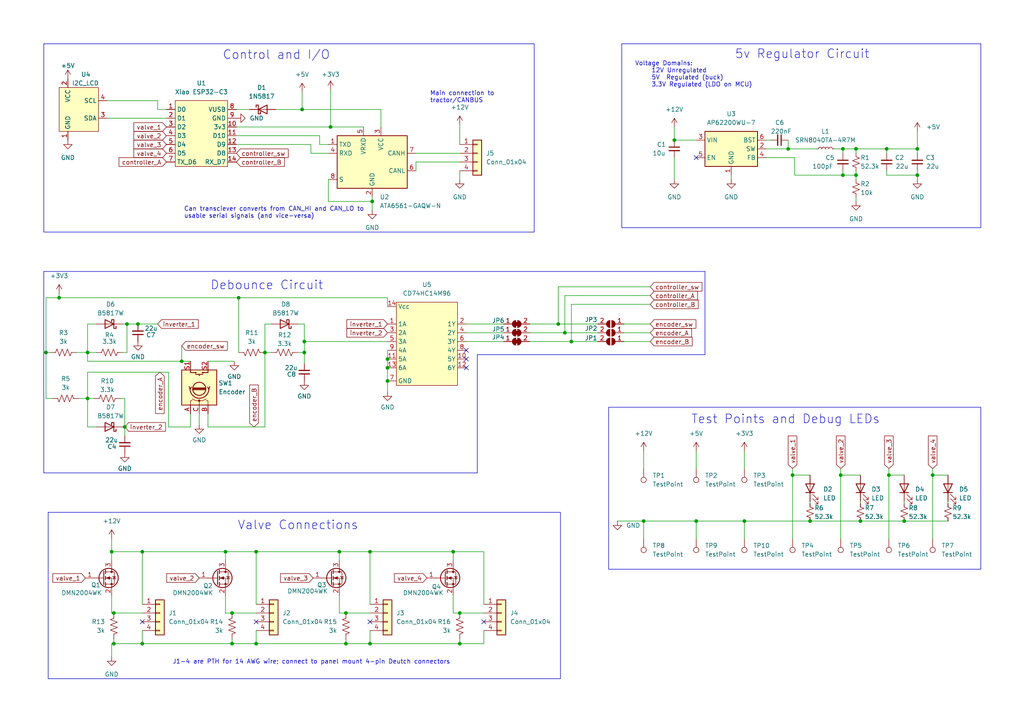
<source format=kicad_sch>
(kicad_sch (version 20231120) (generator "eeschema") (generator_version "8.0")
  (paper "A4")
  (title_block (rev "1"))
  (lib_symbols
    (symbol "Connector:TestPoint" (pin_numbers hide) (pin_names (offset 0.762) hide)
      (property "Reference" "TP" (at 0 6.858 0))
      (property "Value" "TestPoint" (at 0 5.08 0))
      (symbol "TestPoint_1_1"
        (pin passive line (at 0 0 90) (length 2.54) (name "1") (number "1"))
      )
    )
    (symbol "Connector_Generic:Conn_01x04" (pin_names (offset 1.016) hide)
      (property "Reference" "J" (at 0 5.08 0))
      (property "Value" "Conn_01x04" (at 0 -7.62 0))
      (symbol "Conn_01x04_1_1"
        (pin passive line (at -5.08 2.54 0) (length 3.81) (name "Pin_1") (number "1"))
        (pin passive line (at -5.08 0 0) (length 3.81) (name "Pin_2") (number "2"))
        (pin passive line (at -5.08 -2.54 0) (length 3.81) (name "Pin_3") (number "3"))
        (pin passive line (at -5.08 -5.08 0) (length 3.81) (name "Pin_4") (number "4"))
      )
    )
    (symbol "Device:C_Small" (pin_numbers hide) (pin_names (offset 0.254) hide)
      (property "Reference" "C" (at 0.254 1.778 0))
      (property "Value" "C_Small" (at 0.254 -2.032 0))
      (symbol "C_Small_1_1"
        (pin passive line (at 0 2.54 270) (length 2.032) (name "~") (number "1"))
        (pin passive line (at 0 -2.54 90) (length 2.032) (name "~") (number "2"))
      )
    )
    (symbol "Device:LED" (pin_numbers hide) (pin_names (offset 1.016) hide)
      (property "Reference" "D" (at 0 2.54 0))
      (property "Value" "LED" (at 0 -2.54 0))
      (symbol "LED_1_1"
        (pin passive line (at -3.81 0 0) (length 2.54) (name "K") (number "1"))
        (pin passive line (at 3.81 0 180) (length 2.54) (name "A") (number "2"))
      )
    )
    (symbol "Device:L_Small" (pin_numbers hide) (pin_names (offset 0.254) hide)
      (property "Reference" "L" (at 0.762 1.016 0))
      (property "Value" "L_Small" (at 0.762 -1.016 0))
      (symbol "L_Small_1_1"
        (pin passive line (at 0 2.54 270) (length 0.508) (name "~") (number "1"))
        (pin passive line (at 0 -2.54 90) (length 0.508) (name "~") (number "2"))
      )
    )
    (symbol "Device:R_Small_US" (pin_numbers hide) (pin_names (offset 0.254) hide)
      (property "Reference" "R" (at 0.762 0.508 0))
      (property "Value" "R_Small_US" (at 0.762 -1.016 0))
      (symbol "R_Small_US_1_1"
        (pin passive line (at 0 2.54 270) (length 1.016) (name "~") (number "1"))
        (pin passive line (at 0 -2.54 90) (length 1.016) (name "~") (number "2"))
      )
    )
    (symbol "Device:R_US" (pin_numbers hide) (pin_names (offset 0))
      (property "Reference" "R" (at 2.54 0 90))
      (property "Value" "R_US" (at -2.54 0 90))
      (symbol "R_US_1_1"
        (pin passive line (at 0 3.81 270) (length 1.27) (name "~") (number "1"))
        (pin passive line (at 0 -3.81 90) (length 1.27) (name "~") (number "2"))
      )
    )
    (symbol "Device:RotaryEncoder_Switch" (pin_names (offset 0.254) hide)
      (property "Reference" "SW" (at 0 6.604 0))
      (property "Value" "RotaryEncoder_Switch" (at 0 -6.604 0))
      (symbol "RotaryEncoder_Switch_1_1"
        (pin passive line (at -7.62 2.54 0) (length 2.54) (name "A") (number "A"))
        (pin passive line (at -7.62 -2.54 0) (length 2.54) (name "B") (number "B"))
        (pin passive line (at -7.62 0 0) (length 2.54) (name "C") (number "C"))
        (pin passive line (at 7.62 2.54 180) (length 2.54) (name "S1") (number "S1"))
        (pin passive line (at 7.62 -2.54 180) (length 2.54) (name "S2") (number "S2"))
      )
    )
    (symbol "Diode:1N5817" (pin_numbers hide) (pin_names (offset 1.016) hide)
      (property "Reference" "D" (at 0 2.54 0))
      (property "Value" "1N5817" (at 0 -2.54 0))
      (symbol "1N5817_1_1"
        (pin passive line (at -3.81 0 0) (length 2.54) (name "K") (number "1"))
        (pin passive line (at 3.81 0 180) (length 2.54) (name "A") (number "2"))
      )
    )
    (symbol "Imported_Parts:CD74HC14M96"
      (property "Reference" "U" (at 0 -1.27 0))
      (property "Value" "CD74HC14M96" (at 0 1.27 0))
      (symbol "CD74HC14M96_1_1"
        (pin input line (at -11.43 21.59 0) (length 2.54) (name "1A") (number "1"))
        (pin output line (at 11.43 11.43 180) (length 2.54) (name "5Y") (number "10"))
        (pin input line (at -11.43 11.43 0) (length 2.54) (name "5A") (number "11"))
        (pin output line (at 11.43 8.89 180) (length 2.54) (name "6Y") (number "12"))
        (pin input line (at -11.43 8.89 0) (length 2.54) (name "6A") (number "13"))
        (pin input line (at -11.43 26.67 0) (length 2.54) (name "Vcc") (number "14"))
        (pin output line (at 11.43 21.59 180) (length 2.54) (name "1Y") (number "2"))
        (pin input line (at -11.43 19.05 0) (length 2.54) (name "2A") (number "3"))
        (pin output line (at 11.43 19.05 180) (length 2.54) (name "2Y") (number "4"))
        (pin input line (at -11.43 16.51 0) (length 2.54) (name "3A") (number "5"))
        (pin output line (at 11.43 16.51 180) (length 2.54) (name "3Y") (number "6"))
        (pin passive line (at -11.43 5.08 0) (length 2.54) (name "GND") (number "7"))
        (pin output line (at 11.43 13.97 180) (length 2.54) (name "4Y") (number "8"))
        (pin input line (at -11.43 13.97 0) (length 2.54) (name "4A") (number "9"))
      )
    )
    (symbol "Imported_Parts:I2C_LCD"
      (property "Reference" "U" (at 0 7.62 0))
      (symbol "I2C_LCD_1_1"
        (pin power_in line (at -2.54 -8.89 90) (length 2.54) (name "GND") (number "1"))
        (pin power_in line (at -2.54 8.89 270) (length 2.54) (name "VCC") (number "2"))
        (pin bidirectional line (at 8.89 -2.54 180) (length 2.54) (name "SDA") (number "3"))
        (pin bidirectional line (at 8.89 2.54 180) (length 2.54) (name "SCL") (number "4"))
      )
    )
    (symbol "Imported_Parts:XIAO_ESP32-C3"
      (property "Reference" "U" (at 0 2.54 0))
      (property "Value" "Xiao ESP32-C3" (at 0 0 0))
      (symbol "XIAO_ESP32-C3_1_1"
        (pin bidirectional line (at -10.16 -3.81 0) (length 2.54) (name "D0") (number "1"))
        (pin bidirectional line (at 10.16 -8.89 180) (length 2.54) (name "3v3") (number "10"))
        (pin bidirectional line (at 10.16 -11.43 180) (length 2.54) (name "D10") (number "11"))
        (pin bidirectional line (at 10.16 -13.97 180) (length 2.54) (name "D9") (number "12"))
        (pin bidirectional line (at 10.16 -16.51 180) (length 2.54) (name "D8") (number "13"))
        (pin bidirectional line (at 10.16 -19.05 180) (length 2.54) (name "RX_D7") (number "14"))
        (pin bidirectional line (at -10.16 -6.35 0) (length 2.54) (name "D1") (number "2"))
        (pin bidirectional line (at -10.16 -8.89 0) (length 2.54) (name "D2") (number "3"))
        (pin bidirectional line (at -10.16 -11.43 0) (length 2.54) (name "D3") (number "4"))
        (pin bidirectional line (at -10.16 -13.97 0) (length 2.54) (name "D4") (number "5"))
        (pin bidirectional line (at -10.16 -16.51 0) (length 2.54) (name "D5") (number "6"))
        (pin bidirectional line (at -10.16 -19.05 0) (length 2.54) (name "TX_D6") (number "7"))
        (pin bidirectional line (at 10.16 -3.81 180) (length 2.54) (name "VUSB") (number "8"))
        (pin bidirectional line (at 10.16 -6.35 180) (length 2.54) (name "GND") (number "9"))
      )
    )
    (symbol "Interface_CAN_LIN:SN65HVD256D"
      (property "Reference" "U" (at -8.89 8.89 0))
      (property "Value" "SN65HVD256D" (at 2.54 8.89 0))
      (symbol "SN65HVD256D_1_1"
        (pin input line (at -12.7 5.08 0) (length 2.54) (name "TXD") (number "1"))
        (pin power_in line (at 0 -10.16 90) (length 2.54) (name "GND") (number "2"))
        (pin power_in line (at 2.54 10.16 270) (length 2.54) (name "VCC") (number "3"))
        (pin output line (at -12.7 2.54 0) (length 2.54) (name "RXD") (number "4"))
        (pin power_in line (at -2.54 10.16 270) (length 2.54) (name "VRXD") (number "5"))
        (pin bidirectional line (at 12.7 -2.54 180) (length 2.54) (name "CANL") (number "6"))
        (pin bidirectional line (at 12.7 2.54 180) (length 2.54) (name "CANH") (number "7"))
        (pin input line (at -12.7 -5.08 0) (length 2.54) (name "S") (number "8"))
      )
    )
    (symbol "Jumper:SolderJumper_2_Bridged" (pin_names (offset 0) hide)
      (property "Reference" "JP" (at 0 2.032 0))
      (property "Value" "SolderJumper_2_Bridged" (at 0 -2.54 0))
      (symbol "SolderJumper_2_Bridged_1_1"
        (pin passive line (at -3.81 0 0) (length 2.54) (name "A") (number "1"))
        (pin passive line (at 3.81 0 180) (length 2.54) (name "B") (number "2"))
      )
    )
    (symbol "Jumper:SolderJumper_2_Open" (pin_names (offset 0) hide)
      (property "Reference" "JP" (at 0 2.032 0))
      (property "Value" "SolderJumper_2_Open" (at 0 -2.54 0))
      (symbol "SolderJumper_2_Open_1_1"
        (pin passive line (at -3.81 0 0) (length 2.54) (name "A") (number "1"))
        (pin passive line (at 3.81 0 180) (length 2.54) (name "B") (number "2"))
      )
    )
    (symbol "Regulator_Switching:AP62250Z6"
      (property "Reference" "U3" (at 0 10.16 0))
      (property "Value" "AP62200WU-7" (at 0 7.62 0))
      (symbol "AP62250Z6_1_1"
        (pin power_in line (at 0 -7.62 90) (length 2.54) (name "GND") (number "1"))
        (pin output line (at 10.16 0 180) (length 2.54) (name "SW") (number "2"))
        (pin power_in line (at -10.16 2.54 0) (length 2.54) (name "VIN") (number "3"))
        (pin input line (at 10.16 -2.54 180) (length 2.54) (name "FB") (number "4"))
        (pin input line (at -10.16 -2.54 0) (length 2.54) (name "EN") (number "5"))
        (pin passive line (at 10.16 2.54 180) (length 2.54) (name "BST") (number "6"))
      )
    )
    (symbol "Transistor_FET:2N7002H" (pin_names hide)
      (property "Reference" "Q" (at 5.08 1.905 0))
      (property "Value" "2N7002H" (at 5.08 0 0))
      (symbol "2N7002H_1_1"
        (pin input line (at -5.08 0 0) (length 2.54) (name "G") (number "1"))
        (pin passive line (at 2.54 -5.08 90) (length 2.54) (name "S") (number "2"))
        (pin passive line (at 2.54 5.08 270) (length 2.54) (name "D") (number "3"))
      )
    )
    (symbol "power:+12V" (power) (pin_names (offset 0))
      (property "Value" "+12V" (at 0 3.556 0))
      (symbol "+12V_1_1"
        (pin power_in line (at 0 0 90) (length 0) hide (name "+12V") (number "1"))
      )
    )
    (symbol "power:+3V3" (power) (pin_names (offset 0))
      (property "Value" "+3V3" (at 0 3.556 0))
      (symbol "+3V3_1_1"
        (pin power_in line (at 0 0 90) (length 0) hide (name "+3V3") (number "1"))
      )
    )
    (symbol "power:+5V" (power) (pin_names (offset 0))
      (property "Value" "+5V" (at 0 3.556 0))
      (symbol "+5V_1_1"
        (pin power_in line (at 0 0 90) (length 0) hide (name "+5V") (number "1"))
      )
    )
    (symbol "power:GND" (power) (pin_names (offset 0))
      (property "Value" "GND" (at 0 -3.81 0))
      (symbol "GND_1_1"
        (pin power_in line (at 0 0 270) (length 0) hide (name "GND") (number "1"))
      )
    )
  )
  (junction (at 112.395 106.68))
  (junction (at 215.9 151.13))
  (junction (at 244.475 43.18))
  (junction (at 41.275 186.69))
  (junction (at 234.95 151.13))
  (junction (at 65.405 160.02))
  (junction (at 165.735 99.06))
  (junction (at 69.215 86.36))
  (junction (at 107.315 186.69))
  (junction (at 36.195 123.825))
  (junction (at 76.835 102.235))
  (junction (at 266.065 43.18))
  (junction (at 266.065 50.8))
  (junction (at 244.475 50.8))
  (junction (at 107.315 160.02))
  (junction (at 270.51 137.795))
  (junction (at 32.385 160.02))
  (junction (at 33.02 186.69))
  (junction (at 67.31 177.8))
  (junction (at 195.58 40.64))
  (junction (at 112.395 104.14))
  (junction (at 41.275 160.02))
  (junction (at 112.395 110.49))
  (junction (at 131.445 160.02))
  (junction (at 163.83 96.52))
  (junction (at 100.33 186.69))
  (junction (at 248.285 43.18))
  (junction (at 88.265 102.235))
  (junction (at 107.95 58.42))
  (junction (at 95.885 36.83))
  (junction (at 17.145 86.36))
  (junction (at 133.35 186.69))
  (junction (at 87.63 31.75))
  (junction (at 98.425 160.02))
  (junction (at 13.335 102.235))
  (junction (at 161.925 93.98))
  (junction (at 257.175 43.18))
  (junction (at 228.6 43.18))
  (junction (at 25.4 102.235))
  (junction (at 229.87 137.795))
  (junction (at 74.295 160.02))
  (junction (at 52.705 104.775))
  (junction (at 67.31 186.69))
  (junction (at 243.84 137.795))
  (junction (at 36.83 93.98))
  (junction (at 74.295 186.69))
  (junction (at 133.35 177.8))
  (junction (at 186.69 151.13))
  (junction (at 248.285 50.8))
  (junction (at 262.255 151.13))
  (junction (at 257.81 137.795))
  (junction (at 100.33 177.8))
  (junction (at 40.005 93.98))
  (junction (at 88.265 99.06))
  (junction (at 33.02 177.8))
  (junction (at 25.4 115.57))
  (junction (at 249.555 151.13))
  (junction (at 201.93 151.13))
  (no_connect (at 135.255 106.68))
  (no_connect (at 135.255 101.6))
  (no_connect (at 41.275 180.34))
  (no_connect (at 135.255 104.14))
  (no_connect (at 74.295 180.34))
  (no_connect (at 107.315 180.34))
  (no_connect (at 140.335 180.34))
  (no_connect (at 201.93 45.72))
  (wire (pts (xy 98.425 160.02) (xy 107.315 160.02)))
  (wire (pts (xy 270.51 137.795) (xy 270.51 135.89)))
  (wire (pts (xy 257.175 43.18) (xy 266.065 43.18)))
  (wire (pts (xy 25.4 115.57) (xy 25.4 123.825)))
  (polyline (pts (xy 138.43 137.16) (xy 12.7 137.16)))
  (wire (pts (xy 25.4 115.57) (xy 27.305 115.57)))
  (wire (pts (xy 244.475 43.18) (xy 248.285 43.18)))
  (wire (pts (xy 270.51 156.21) (xy 270.51 137.795)))
  (wire (pts (xy 100.33 177.8) (xy 107.315 177.8)))
  (wire (pts (xy 266.065 43.18) (xy 266.065 44.45)))
  (wire (pts (xy 243.84 156.21) (xy 243.84 137.795)))
  (wire (pts (xy 135.255 99.06) (xy 146.05 99.06)))
  (wire (pts (xy 95.25 58.42) (xy 107.95 58.42)))
  (wire (pts (xy 88.265 102.235) (xy 86.36 102.235)))
  (wire (pts (xy 244.475 43.18) (xy 244.475 44.45)))
  (wire (pts (xy 131.445 160.02) (xy 140.335 160.02)))
  (wire (pts (xy 87.63 31.75) (xy 110.49 31.75)))
  (wire (pts (xy 131.445 172.72) (xy 131.445 177.8)))
  (wire (pts (xy 25.4 115.57) (xy 25.4 107.95)))
  (wire (pts (xy 133.35 185.42) (xy 133.35 186.69)))
  (wire (pts (xy 41.275 186.69) (xy 67.31 186.69)))
  (wire (pts (xy 31.115 34.29) (xy 48.26 34.29)))
  (wire (pts (xy 257.81 137.795) (xy 257.81 135.89)))
  (wire (pts (xy 215.9 151.13) (xy 215.9 156.21)))
  (wire (pts (xy 165.735 88.265) (xy 188.595 88.265)))
  (wire (pts (xy 188.595 85.725) (xy 163.83 85.725)))
  (wire (pts (xy 32.385 160.02) (xy 41.275 160.02)))
  (wire (pts (xy 188.595 96.52) (xy 180.975 96.52)))
  (wire (pts (xy 68.58 31.75) (xy 72.39 31.75)))
  (wire (pts (xy 186.69 151.13) (xy 186.69 156.21)))
  (wire (pts (xy 25.4 123.825) (xy 27.94 123.825)))
  (wire (pts (xy 100.33 186.69) (xy 107.315 186.69)))
  (wire (pts (xy 32.385 190.5) (xy 32.385 186.69)))
  (wire (pts (xy 195.58 45.72) (xy 195.58 52.07)))
  (wire (pts (xy 65.405 172.72) (xy 65.405 177.8)))
  (wire (pts (xy 25.4 107.95) (xy 48.895 107.95)))
  (wire (pts (xy 248.285 43.18) (xy 257.175 43.18)))
  (wire (pts (xy 257.81 156.21) (xy 257.81 137.795)))
  (wire (pts (xy 100.33 185.42) (xy 100.33 186.69)))
  (wire (pts (xy 60.325 120.015) (xy 60.325 123.825)))
  (wire (pts (xy 35.56 102.235) (xy 36.83 102.235)))
  (wire (pts (xy 33.02 185.42) (xy 33.02 186.69)))
  (wire (pts (xy 45.72 31.75) (xy 48.26 31.75)))
  (wire (pts (xy 257.175 50.8) (xy 266.065 50.8)))
  (wire (pts (xy 161.925 93.98) (xy 153.67 93.98)))
  (wire (pts (xy 110.49 31.75) (xy 110.49 36.83)))
  (wire (pts (xy 32.385 177.8) (xy 33.02 177.8)))
  (wire (pts (xy 186.69 130.81) (xy 186.69 135.89)))
  (wire (pts (xy 195.58 40.64) (xy 201.93 40.64)))
  (wire (pts (xy 230.505 45.72) (xy 230.505 50.8)))
  (wire (pts (xy 36.83 93.98) (xy 40.005 93.98)))
  (wire (pts (xy 40.005 93.98) (xy 45.72 93.98)))
  (wire (pts (xy 112.395 101.6) (xy 112.395 104.14)))
  (wire (pts (xy 95.885 26.035) (xy 95.885 36.83)))
  (wire (pts (xy 212.09 52.07) (xy 212.09 50.8)))
  (wire (pts (xy 241.935 43.18) (xy 244.475 43.18)))
  (wire (pts (xy 244.475 50.8) (xy 248.285 50.8)))
  (wire (pts (xy 131.445 160.02) (xy 131.445 162.56)))
  (wire (pts (xy 188.595 99.06) (xy 180.975 99.06)))
  (wire (pts (xy 229.87 137.795) (xy 234.95 137.795)))
  (wire (pts (xy 107.315 186.69) (xy 107.315 182.88)))
  (wire (pts (xy 133.35 186.69) (xy 140.335 186.69)))
  (wire (pts (xy 222.25 43.18) (xy 228.6 43.18)))
  (wire (pts (xy 95.885 36.83) (xy 105.41 36.83)))
  (wire (pts (xy 74.295 186.69) (xy 100.33 186.69)))
  (wire (pts (xy 13.335 86.36) (xy 17.145 86.36)))
  (wire (pts (xy 266.065 38.1) (xy 266.065 43.18)))
  (wire (pts (xy 41.275 186.69) (xy 41.275 182.88)))
  (wire (pts (xy 135.255 93.98) (xy 146.05 93.98)))
  (wire (pts (xy 60.325 123.825) (xy 76.835 123.825)))
  (wire (pts (xy 222.25 45.72) (xy 230.505 45.72)))
  (wire (pts (xy 229.87 156.21) (xy 229.87 137.795)))
  (wire (pts (xy 201.93 130.81) (xy 201.93 135.89)))
  (wire (pts (xy 248.285 57.15) (xy 248.285 58.42)))
  (wire (pts (xy 107.315 160.02) (xy 107.315 175.26)))
  (wire (pts (xy 76.835 93.98) (xy 76.835 102.235)))
  (wire (pts (xy 186.69 151.13) (xy 201.93 151.13)))
  (wire (pts (xy 13.335 86.36) (xy 13.335 102.235)))
  (wire (pts (xy 165.735 99.06) (xy 153.67 99.06)))
  (wire (pts (xy 33.02 186.69) (xy 41.275 186.69)))
  (wire (pts (xy 87.63 26.67) (xy 87.63 31.75)))
  (wire (pts (xy 32.385 160.02) (xy 32.385 162.56)))
  (wire (pts (xy 36.195 115.57) (xy 36.195 123.825)))
  (wire (pts (xy 161.925 93.98) (xy 161.925 83.185)))
  (wire (pts (xy 36.83 93.98) (xy 36.83 102.235)))
  (wire (pts (xy 90.17 41.91) (xy 68.58 41.91)))
  (wire (pts (xy 98.425 177.8) (xy 100.33 177.8)))
  (wire (pts (xy 78.74 102.235) (xy 76.835 102.235)))
  (wire (pts (xy 25.4 102.235) (xy 25.4 104.775)))
  (polyline (pts (xy 204.47 102.87) (xy 138.43 102.87)))
  (wire (pts (xy 36.195 123.825) (xy 35.56 123.825)))
  (wire (pts (xy 266.065 50.8) (xy 266.065 49.53)))
  (wire (pts (xy 135.255 96.52) (xy 146.05 96.52)))
  (wire (pts (xy 67.31 177.8) (xy 74.295 177.8)))
  (wire (pts (xy 112.395 110.49) (xy 112.395 113.665)))
  (wire (pts (xy 133.35 36.195) (xy 133.35 41.91)))
  (wire (pts (xy 67.31 186.69) (xy 74.295 186.69)))
  (wire (pts (xy 13.335 115.57) (xy 15.24 115.57)))
  (wire (pts (xy 92.71 41.91) (xy 95.25 41.91)))
  (wire (pts (xy 188.595 93.98) (xy 180.975 93.98)))
  (wire (pts (xy 120.65 46.99) (xy 120.65 49.53)))
  (wire (pts (xy 234.95 151.13) (xy 249.555 151.13)))
  (wire (pts (xy 74.295 186.69) (xy 74.295 182.88)))
  (wire (pts (xy 67.31 185.42) (xy 67.31 186.69)))
  (wire (pts (xy 68.58 36.83) (xy 95.885 36.83)))
  (wire (pts (xy 257.81 137.795) (xy 262.255 137.795)))
  (wire (pts (xy 69.215 86.36) (xy 112.395 86.36)))
  (wire (pts (xy 195.58 36.83) (xy 195.58 40.64)))
  (wire (pts (xy 52.705 100.33) (xy 52.705 104.775)))
  (wire (pts (xy 248.285 50.8) (xy 248.285 52.07)))
  (wire (pts (xy 17.145 86.36) (xy 69.215 86.36)))
  (wire (pts (xy 230.505 50.8) (xy 244.475 50.8)))
  (wire (pts (xy 249.555 145.415) (xy 249.555 146.05)))
  (wire (pts (xy 257.175 43.18) (xy 257.175 44.45)))
  (wire (pts (xy 120.65 46.99) (xy 133.35 46.99)))
  (wire (pts (xy 244.475 50.8) (xy 244.475 49.53)))
  (polyline (pts (xy 12.7 78.74) (xy 204.47 78.74)))
  (wire (pts (xy 68.58 39.37) (xy 92.71 39.37)))
  (wire (pts (xy 90.17 44.45) (xy 90.17 41.91)))
  (wire (pts (xy 32.385 186.69) (xy 33.02 186.69)))
  (wire (pts (xy 65.405 177.8) (xy 67.31 177.8)))
  (wire (pts (xy 262.255 145.415) (xy 262.255 146.05)))
  (wire (pts (xy 98.425 172.72) (xy 98.425 177.8)))
  (wire (pts (xy 65.405 160.02) (xy 74.295 160.02)))
  (wire (pts (xy 107.95 57.15) (xy 107.95 58.42)))
  (wire (pts (xy 222.25 40.64) (xy 223.52 40.64)))
  (wire (pts (xy 76.835 102.235) (xy 76.835 123.825)))
  (wire (pts (xy 107.315 160.02) (xy 131.445 160.02)))
  (wire (pts (xy 55.245 123.825) (xy 55.245 120.015)))
  (wire (pts (xy 215.9 151.13) (xy 234.95 151.13)))
  (wire (pts (xy 25.4 93.98) (xy 25.4 102.235)))
  (wire (pts (xy 88.265 93.98) (xy 86.36 93.98)))
  (wire (pts (xy 234.95 145.415) (xy 234.95 146.05)))
  (wire (pts (xy 13.335 102.235) (xy 13.335 115.57)))
  (wire (pts (xy 80.01 31.75) (xy 87.63 31.75)))
  (wire (pts (xy 163.83 85.725) (xy 163.83 96.52)))
  (wire (pts (xy 88.265 99.06) (xy 112.395 99.06)))
  (wire (pts (xy 74.295 160.02) (xy 74.295 175.26)))
  (wire (pts (xy 45.72 29.21) (xy 45.72 31.75)))
  (wire (pts (xy 215.9 130.81) (xy 215.9 135.89)))
  (wire (pts (xy 74.295 160.02) (xy 98.425 160.02)))
  (wire (pts (xy 270.51 137.795) (xy 274.955 137.795)))
  (wire (pts (xy 131.445 177.8) (xy 133.35 177.8)))
  (wire (pts (xy 163.83 96.52) (xy 153.67 96.52)))
  (wire (pts (xy 22.86 115.57) (xy 25.4 115.57)))
  (wire (pts (xy 262.255 151.13) (xy 274.955 151.13)))
  (wire (pts (xy 31.115 29.21) (xy 45.72 29.21)))
  (wire (pts (xy 60.325 104.775) (xy 67.945 104.775)))
  (wire (pts (xy 95.25 44.45) (xy 90.17 44.45)))
  (wire (pts (xy 249.555 151.13) (xy 262.255 151.13)))
  (wire (pts (xy 248.285 43.18) (xy 248.285 44.45)))
  (wire (pts (xy 57.785 120.015) (xy 57.785 123.19)))
  (wire (pts (xy 36.195 115.57) (xy 34.925 115.57)))
  (wire (pts (xy 48.895 107.95) (xy 48.895 123.825)))
  (wire (pts (xy 32.385 172.72) (xy 32.385 177.8)))
  (wire (pts (xy 165.735 99.06) (xy 165.735 88.265)))
  (wire (pts (xy 107.315 186.69) (xy 133.35 186.69)))
  (wire (pts (xy 25.4 104.775) (xy 52.705 104.775)))
  (wire (pts (xy 32.385 156.21) (xy 32.385 160.02)))
  (wire (pts (xy 112.395 86.36) (xy 112.395 88.9)))
  (wire (pts (xy 140.335 186.69) (xy 140.335 182.88)))
  (wire (pts (xy 107.95 58.42) (xy 107.95 60.96)))
  (wire (pts (xy 173.355 99.06) (xy 165.735 99.06)))
  (wire (pts (xy 248.285 50.8) (xy 248.285 49.53)))
  (wire (pts (xy 48.895 123.825) (xy 55.245 123.825)))
  (wire (pts (xy 229.87 137.795) (xy 229.87 135.89)))
  (wire (pts (xy 65.405 160.02) (xy 65.405 162.56)))
  (wire (pts (xy 133.35 49.53) (xy 133.35 52.07)))
  (wire (pts (xy 36.195 123.825) (xy 36.195 126.365)))
  (wire (pts (xy 13.335 102.235) (xy 14.605 102.235)))
  (polyline (pts (xy 12.7 78.74) (xy 12.7 137.16)))
  (wire (pts (xy 52.705 104.775) (xy 55.245 104.775)))
  (wire (pts (xy 274.955 145.415) (xy 274.955 146.05)))
  (wire (pts (xy 120.65 44.45) (xy 133.35 44.45)))
  (wire (pts (xy 88.265 93.98) (xy 88.265 99.06)))
  (wire (pts (xy 95.25 52.07) (xy 95.25 58.42)))
  (wire (pts (xy 25.4 93.98) (xy 27.94 93.98)))
  (wire (pts (xy 35.56 93.98) (xy 36.83 93.98)))
  (wire (pts (xy 228.6 43.18) (xy 236.855 43.18)))
  (wire (pts (xy 112.395 104.14) (xy 112.395 106.68)))
  (polyline (pts (xy 138.43 102.87) (xy 138.43 137.16)))
  (wire (pts (xy 17.145 85.09) (xy 17.145 86.36)))
  (wire (pts (xy 41.275 160.02) (xy 41.275 175.26)))
  (wire (pts (xy 228.6 43.18) (xy 228.6 40.64)))
  (wire (pts (xy 140.335 175.26) (xy 140.335 160.02)))
  (wire (pts (xy 112.395 106.68) (xy 112.395 110.49)))
  (wire (pts (xy 88.265 102.235) (xy 88.265 105.41)))
  (wire (pts (xy 78.74 93.98) (xy 76.835 93.98)))
  (wire (pts (xy 257.175 49.53) (xy 257.175 50.8)))
  (wire (pts (xy 25.4 102.235) (xy 27.94 102.235)))
  (wire (pts (xy 69.215 86.36) (xy 69.215 102.235)))
  (wire (pts (xy 173.355 96.52) (xy 163.83 96.52)))
  (wire (pts (xy 41.275 160.02) (xy 65.405 160.02)))
  (wire (pts (xy 22.225 102.235) (xy 25.4 102.235)))
  (wire (pts (xy 201.93 151.13) (xy 201.93 156.21)))
  (wire (pts (xy 201.93 151.13) (xy 215.9 151.13)))
  (wire (pts (xy 179.07 151.13) (xy 186.69 151.13)))
  (wire (pts (xy 161.925 83.185) (xy 188.595 83.185)))
  (wire (pts (xy 243.84 137.795) (xy 249.555 137.795)))
  (wire (pts (xy 98.425 160.02) (xy 98.425 162.56)))
  (polyline (pts (xy 204.47 78.74) (xy 204.47 102.87)))
  (wire (pts (xy 243.84 137.795) (xy 243.84 135.89)))
  (wire (pts (xy 33.02 177.8) (xy 41.275 177.8)))
  (wire (pts (xy 266.065 50.8) (xy 266.065 52.07)))
  (wire (pts (xy 133.35 177.8) (xy 140.335 177.8)))
  (wire (pts (xy 92.71 39.37) (xy 92.71 41.91)))
  (wire (pts (xy 88.265 99.06) (xy 88.265 102.235)))
  (wire (pts (xy 173.355 93.98) (xy 161.925 93.98)))
  (rectangle (start 12.7 12.7) (end 154.94 67.31))
  (rectangle (start 180.34 12.7) (end 284.48 66.04))
  (rectangle (start 13.97 148.59) (end 162.56 196.85))
  (rectangle (start 176.53 118.11) (end 284.48 165.1))
  (text "Valve Connections\n" (at 68.834 153.924 0) (effects (font (size 2.54 2.54)) (justify left bottom)))
  (text "5v Regulator Circuit" (at 213.106 17.272 0) (effects (font (size 2.54 2.54)) (justify left bottom)))
  (text "Control and I/O" (at 64.516 17.526 0) (effects (font (size 2.54 2.54)) (justify left bottom)))
  (text "Voltage Domains:\n	12V Unregulated\n	5V  Regulated (buck)\n	3.3V Regulated (LDO on MCU)" (at 184.15 25.4 0) (effects (font (size 1.27 1.27)) (justify left bottom)))
  (text "Debounce Circuit" (at 60.96 84.328 0) (effects (font (size 2.54 2.54)) (justify left bottom)))
  (text "Can transciever converts from CAN_HI and CAN_LO to\nusable serial signals (and vice-versa)" (at 53.34 63.5 0) (effects (font (size 1.27 1.27)) (justify left bottom)))
  (text "Main connection to\ntractor/CANBUS" (at 124.714 29.972 0) (effects (font (size 1.27 1.27)) (justify left bottom)))
  (text "J1-4 are PTH for 14 AWG wire; connect to panel mount 4-pin Deutch connectors" (at 50.038 192.786 0) (effects (font (size 1.27 1.27)) (justify left bottom)))
  (text "Test Points and Debug LEDs" (at 200.406 123.19 0) (effects (font (size 2.54 2.54)) (justify left bottom)))
  (global_label "controller_A" (shape input) (at 48.26 46.99 180) (property "Intersheetrefs" "${INTERSHEET_REFS}" (effects (hide yes))))
  (global_label "controller_B" (shape input) (at 68.58 46.99 0) (property "Intersheetrefs" "${INTERSHEET_REFS}" (effects (hide yes))))
  (global_label "encoder_B" (shape input) (at 73.66 123.825 90) (property "Intersheetrefs" "${INTERSHEET_REFS}" (effects (hide yes))))
  (global_label "valve_3" (shape input) (at 48.26 41.91 180) (property "Intersheetrefs" "${INTERSHEET_REFS}" (effects (hide yes))))
  (global_label "encoder_B" (shape input) (at 188.595 99.06 0) (property "Intersheetrefs" "${INTERSHEET_REFS}" (effects (hide yes))))
  (global_label "controller_B" (shape input) (at 188.595 88.265 0) (property "Intersheetrefs" "${INTERSHEET_REFS}" (effects (hide yes))))
  (global_label "valve_2" (shape input) (at 243.84 135.89 90) (property "Intersheetrefs" "${INTERSHEET_REFS}" (effects (hide yes))))
  (global_label "valve_1" (shape input) (at 24.765 167.64 180) (property "Intersheetrefs" "${INTERSHEET_REFS}" (effects (hide yes))))
  (global_label "inverter_2" (shape input) (at 36.195 123.825 0) (property "Intersheetrefs" "${INTERSHEET_REFS}" (effects (hide yes))))
  (global_label "valve_1" (shape input) (at 229.87 135.89 90) (property "Intersheetrefs" "${INTERSHEET_REFS}" (effects (hide yes))))
  (global_label "inverter_1" (shape input) (at 112.395 93.98 180) (property "Intersheetrefs" "${INTERSHEET_REFS}" (effects (hide yes))))
  (global_label "valve_3" (shape input) (at 90.805 167.64 180) (property "Intersheetrefs" "${INTERSHEET_REFS}" (effects (hide yes))))
  (global_label "controller_sw" (shape input) (at 68.58 44.45 0) (property "Intersheetrefs" "${INTERSHEET_REFS}" (effects (hide yes))))
  (global_label "valve_1" (shape input) (at 48.26 36.83 180) (property "Intersheetrefs" "${INTERSHEET_REFS}" (effects (hide yes))))
  (global_label "encoder_A" (shape input) (at 188.595 96.52 0) (property "Intersheetrefs" "${INTERSHEET_REFS}" (effects (hide yes))))
  (global_label "encoder_sw" (shape input) (at 52.705 100.33 0) (property "Intersheetrefs" "${INTERSHEET_REFS}" (effects (hide yes))))
  (global_label "inverter_1" (shape input) (at 45.72 93.98 0) (property "Intersheetrefs" "${INTERSHEET_REFS}" (effects (hide yes))))
  (global_label "valve_2" (shape input) (at 48.26 39.37 180) (property "Intersheetrefs" "${INTERSHEET_REFS}" (effects (hide yes))))
  (global_label "valve_4" (shape input) (at 270.51 135.89 90) (property "Intersheetrefs" "${INTERSHEET_REFS}" (effects (hide yes))))
  (global_label "encoder_sw" (shape input) (at 188.595 93.98 0) (property "Intersheetrefs" "${INTERSHEET_REFS}" (effects (hide yes))))
  (global_label "inverter_2" (shape input) (at 112.395 96.52 180) (property "Intersheetrefs" "${INTERSHEET_REFS}" (effects (hide yes))))
  (global_label "valve_4" (shape input) (at 123.825 167.64 180) (property "Intersheetrefs" "${INTERSHEET_REFS}" (effects (hide yes))))
  (global_label "valve_4" (shape input) (at 48.26 44.45 180) (property "Intersheetrefs" "${INTERSHEET_REFS}" (effects (hide yes))))
  (global_label "controller_A" (shape input) (at 188.595 85.725 0) (property "Intersheetrefs" "${INTERSHEET_REFS}" (effects (hide yes))))
  (global_label "controller_sw" (shape input) (at 188.595 83.185 0) (property "Intersheetrefs" "${INTERSHEET_REFS}" (effects (hide yes))))
  (global_label "valve_2" (shape input) (at 57.785 167.64 180) (property "Intersheetrefs" "${INTERSHEET_REFS}" (effects (hide yes))))
  (global_label "valve_3" (shape input) (at 257.81 135.89 90) (property "Intersheetrefs" "${INTERSHEET_REFS}" (effects (hide yes))))
  (global_label "encoder_A" (shape input) (at 46.355 107.95 270) (property "Intersheetrefs" "${INTERSHEET_REFS}" (effects (hide yes))))
  (symbol (lib_id "power:+12V") (at 186.69 130.81 0) (unit 1)
    (property "Reference" "#PWR016" (effects (hide yes)))
    (property "Value" "+12V" (at 186.69 125.73 0))
  )
  (symbol (lib_id "power:+5V") (at 201.93 130.81 0) (unit 1)
    (property "Reference" "#PWR017" (effects (hide yes)))
    (property "Value" "+5V" (at 201.93 125.73 0))
  )
  (symbol (lib_id "power:GND") (at 195.58 52.07 0) (unit 1)
    (property "Reference" "#PWR04" (effects (hide yes)))
    (property "Value" "GND" (at 195.58 57.15 0))
  )
  (symbol (lib_id "Device:C_Small") (at 195.58 43.18 0) (unit 1)
    (property "Reference" "C1" (at 190.5 41.91 0) (effects (justify left)))
    (property "Value" "10u" (at 189.23 44.45 0) (effects (justify left)))
    (property "Footprint" "Capacitor_SMD:C_0805_2012Metric_Pad1.18x1.45mm_HandSolder" (effects (hide yes)))
  )
  (symbol (lib_id "Jumper:SolderJumper_2_Bridged") (at 149.86 99.06 0) (unit 1)
    (property "Reference" "JP4" (at 144.526 97.79 0))
    (property "Value" "SolderJumper_2_Bridged" (effects (hide yes)))
    (property "Footprint" "Jumper:SolderJumper-2_P1.3mm_Bridged2Bar_RoundedPad1.0x1.5mm" (effects (hide yes)))
  )
  (symbol (lib_id "power:GND") (at 179.07 151.13 0) (unit 1)
    (property "Reference" "#PWR021" (effects (hide yes)))
    (property "Value" "GND" (at 181.61 152.4 0) (effects (justify left)))
  )
  (symbol (lib_id "power:GND") (at 248.285 58.42 0) (unit 1)
    (property "Reference" "#PWR06" (effects (hide yes)))
    (property "Value" "GND" (at 248.285 63.5 0))
  )
  (symbol (lib_id "power:+12V") (at 133.35 36.195 0) (unit 1)
    (property "Reference" "#PWR022" (effects (hide yes)))
    (property "Value" "+12V" (at 133.35 31.115 0))
  )
  (symbol (lib_id "Jumper:SolderJumper_2_Bridged") (at 149.86 96.52 0) (unit 1)
    (property "Reference" "JP5" (at 144.526 95.504 0))
    (property "Value" "SolderJumper_2_Bridged" (effects (hide yes)))
    (property "Footprint" "Jumper:SolderJumper-2_P1.3mm_Bridged2Bar_RoundedPad1.0x1.5mm" (effects (hide yes)))
  )
  (symbol (lib_id "Diode:1N5817") (at 82.55 93.98 180) (unit 1)
    (property "Reference" "D8" (at 82.8675 88.265 0))
    (property "Value" "B5817W" (at 82.8675 90.805 0))
    (property "Footprint" "Diode_SMD:D_SOD-123" (effects (hide yes)))
    (property "Datasheet" "https://www.smc-diodes.com/propdf/B5817W-B5819W%20N1752%20REV.-.pdf" (effects (hide yes)))
  )
  (symbol (lib_id "power:+12V") (at 32.385 156.21 0) (unit 1)
    (property "Reference" "#PWR019" (effects (hide yes)))
    (property "Value" "+12V" (at 32.385 151.13 0))
  )
  (symbol (lib_id "Device:R_US") (at 19.05 115.57 90) (mirror x) (unit 1)
    (property "Reference" "R5" (at 19.05 109.855 90))
    (property "Value" "3k" (at 19.05 112.395 90))
    (property "Footprint" "Resistor_SMD:R_1206_3216Metric_Pad1.30x1.75mm_HandSolder" (effects (hide yes)))
  )
  (symbol (lib_id "power:GND") (at 68.58 34.29 90) (unit 1)
    (property "Reference" "#PWR09" (effects (hide yes)))
    (property "Value" "GND" (at 72.39 34.29 90) (effects (justify right)))
  )
  (symbol (lib_id "Connector:TestPoint") (at 229.87 156.21 180) (unit 1)
    (property "Reference" "TP4" (at 232.41 158.242 0) (effects (justify right)))
    (property "Value" "TestPoint" (at 232.41 160.782 0) (effects (justify right)))
    (property "Footprint" "TestPoint:TestPoint_Pad_D2.0mm" (effects (hide yes)))
  )
  (symbol (lib_id "Device:R_US") (at 73.025 102.235 90) (mirror x) (unit 1)
    (property "Reference" "R11" (at 73.025 96.52 90))
    (property "Value" "3k" (at 73.025 99.06 90))
    (property "Footprint" "Resistor_SMD:R_1206_3216Metric_Pad1.30x1.75mm_HandSolder" (effects (hide yes)))
  )
  (symbol (lib_id "Connector:TestPoint") (at 186.69 135.89 180) (unit 1)
    (property "Reference" "TP1" (at 189.23 137.922 0) (effects (justify right)))
    (property "Value" "TestPoint" (at 189.23 140.462 0) (effects (justify right)))
    (property "Footprint" "TestPoint:TestPoint_Pad_D2.0mm" (effects (hide yes)))
  )
  (symbol (lib_id "power:+5V") (at 87.63 26.67 0) (unit 1)
    (property "Reference" "#PWR01" (effects (hide yes)))
    (property "Value" "+5V" (at 87.63 21.59 0))
  )
  (symbol (lib_id "Device:C_Small") (at 40.005 96.52 180) (unit 1)
    (property "Reference" "C7" (at 45.085 97.155 0) (effects (justify left)))
    (property "Value" "22u" (at 45.72 95.25 0) (effects (justify left)))
    (property "Footprint" "Capacitor_SMD:C_0805_2012Metric_Pad1.18x1.45mm_HandSolder" (effects (hide yes)))
  )
  (symbol (lib_id "Imported_Parts:XIAO_ESP32-C3") (at 58.42 27.94 0) (unit 1)
    (property "Reference" "U1" (at 58.42 24.13 0))
    (property "Value" "Xiao ESP32-C3" (at 58.42 26.67 0))
    (property "Footprint" "Imported_Parts:XIAO ESP32-C3" (effects (hide yes)))
  )
  (symbol (lib_id "power:+3V3") (at 17.145 85.09 0) (unit 1)
    (property "Reference" "#PWR011" (effects (hide yes)))
    (property "Value" "+3V3" (at 17.145 80.01 0))
  )
  (symbol (lib_id "power:GND") (at 36.195 131.445 0) (unit 1)
    (property "Reference" "#PWR024" (effects (hide yes)))
    (property "Value" "GND" (at 36.195 135.89 0))
  )
  (symbol (lib_id "Transistor_FET:2N7002H") (at 29.845 167.64 0) (unit 1)
    (property "Reference" "Q1" (at 26.416 169.672 0) (effects (justify left)))
    (property "Value" "DMN2004WK" (at 17.78 171.958 0) (effects (justify left)))
    (property "Footprint" "Package_TO_SOT_SMD:SOT-323_SC-70" (effects (hide yes)))
    (property "Datasheet" "https://www.diodes.com/assets/Datasheets/DMN2004WK.pdf" (effects (hide yes)))
  )
  (symbol (lib_id "power:GND") (at 133.35 52.07 0) (unit 1)
    (property "Reference" "#PWR023" (effects (hide yes)))
    (property "Value" "GND" (at 133.35 57.15 0))
  )
  (symbol (lib_id "Device:LED") (at 234.95 141.605 90) (unit 1)
    (property "Reference" "D2" (at 238.76 141.9225 90) (effects (justify right)))
    (property "Value" "LED" (at 238.76 144.4625 90) (effects (justify right)))
    (property "Footprint" "LED_THT:LED_D5.0mm" (effects (hide yes)))
  )
  (symbol (lib_id "Device:C_Small") (at 244.475 46.99 0) (unit 1)
    (property "Reference" "C5" (at 239.395 45.72 0) (effects (justify left)))
    (property "Value" "100pF" (at 235.585 48.26 0) (effects (justify left)))
    (property "Footprint" "Capacitor_SMD:C_0805_2012Metric_Pad1.18x1.45mm_HandSolder" (effects (hide yes)))
  )
  (symbol (lib_id "power:GND") (at 19.685 40.64 0) (unit 1)
    (property "Reference" "#PWR013" (effects (hide yes)))
    (property "Value" "GND" (at 19.685 45.72 0))
  )
  (symbol (lib_id "Jumper:SolderJumper_2_Open") (at 177.165 99.06 180) (unit 1)
    (property "Reference" "JP1" (at 171.45 98.044 0))
    (property "Value" "SolderJumper_2_Open" (effects (hide yes)))
    (property "Footprint" "Jumper:SolderJumper-2_P1.3mm_Open_RoundedPad1.0x1.5mm" (effects (hide yes)))
  )
  (symbol (lib_id "power:GND") (at 212.09 52.07 0) (unit 1)
    (property "Reference" "#PWR05" (effects (hide yes)))
    (property "Value" "GND" (at 212.09 57.15 0))
  )
  (symbol (lib_id "Device:RotaryEncoder_Switch") (at 57.785 112.395 90) (unit 1)
    (property "Reference" "SW1" (at 65.405 111.125 90))
    (property "Value" "Encoder" (at 67.31 113.665 90))
    (property "Footprint" "Imported_Parts:PEC16-4015F-S0024" (effects (hide yes)))
    (property "Datasheet" "https://www.bourns.com/docs/Product-Datasheets/pec16.pdf" (effects (hide yes)))
  )
  (symbol (lib_id "Imported_Parts:CD74HC14M96") (at 123.825 115.57 0) (unit 1)
    (property "Reference" "U5" (at 123.825 82.55 0))
    (property "Value" "CD74HC14M96" (at 123.825 85.09 0))
    (property "Footprint" "Package_SO:SO-14_3.9x8.65mm_P1.27mm" (effects (hide yes)))
    (property "Datasheet" "https://www.ti.com/lit/ds/symlink/cd74hc14.pdf" (effects (hide yes)))
  )
  (symbol (lib_id "Jumper:SolderJumper_2_Bridged") (at 149.86 93.98 0) (unit 1)
    (property "Reference" "JP6" (at 144.526 92.964 0))
    (property "Value" "SolderJumper_2_Bridged" (effects (hide yes)))
    (property "Footprint" "Jumper:SolderJumper-2_P1.3mm_Bridged2Bar_RoundedPad1.0x1.5mm" (effects (hide yes)))
  )
  (symbol (lib_id "Connector:TestPoint") (at 201.93 156.21 180) (unit 1)
    (property "Reference" "TP9" (at 204.47 158.242 0) (effects (justify right)))
    (property "Value" "TestPoint" (at 204.47 160.782 0) (effects (justify right)))
    (property "Footprint" "TestPoint:TestPoint_Pad_D2.0mm" (effects (hide yes)))
  )
  (symbol (lib_id "Device:C_Small") (at 226.06 40.64 270) (unit 1)
    (property "Reference" "C6" (at 224.79 35.56 90) (effects (justify left)))
    (property "Value" "220nF" (at 223.52 38.1 90) (effects (justify left)))
    (property "Footprint" "Capacitor_SMD:C_0805_2012Metric_Pad1.18x1.45mm_HandSolder" (effects (hide yes)))
  )
  (symbol (lib_id "Connector:TestPoint") (at 186.69 156.21 180) (unit 1)
    (property "Reference" "TP8" (at 189.23 158.242 0) (effects (justify right)))
    (property "Value" "TestPoint" (at 189.23 160.782 0) (effects (justify right)))
    (property "Footprint" "TestPoint:TestPoint_Pad_D2.0mm" (effects (hide yes)))
  )
  (symbol (lib_id "Connector:TestPoint") (at 201.93 135.89 180) (unit 1)
    (property "Reference" "TP2" (at 204.47 137.922 0) (effects (justify right)))
    (property "Value" "TestPoint" (at 204.47 140.462 0) (effects (justify right)))
    (property "Footprint" "TestPoint:TestPoint_Pad_D2.0mm" (effects (hide yes)))
  )
  (symbol (lib_id "Diode:1N5817") (at 76.2 31.75 0) (unit 1)
    (property "Reference" "D1" (at 75.8825 25.4 0))
    (property "Value" "1N5817" (at 75.8825 27.94 0))
    (property "Footprint" "Diode_THT:D_A-405_P7.62mm_Horizontal" (effects (hide yes)))
    (property "Datasheet" "https://www.smc-diodes.com/propdf/B5817W-B5819W%20N1752%20REV.-.pdf" (effects (hide yes)))
  )
  (symbol (lib_id "power:GND") (at 57.785 123.19 0) (unit 1)
    (property "Reference" "#PWR012" (effects (hide yes)))
    (property "Value" "GND" (at 57.785 127.635 0))
  )
  (symbol (lib_id "power:GND") (at 266.065 52.07 0) (unit 1)
    (property "Reference" "#PWR07" (effects (hide yes)))
    (property "Value" "GND" (at 266.065 57.15 0))
  )
  (symbol (lib_id "Device:C_Small") (at 36.195 128.905 0) (mirror x) (unit 1)
    (property "Reference" "C4" (at 31.115 129.54 0) (effects (justify left)))
    (property "Value" "22u" (at 30.48 127.635 0) (effects (justify left)))
    (property "Footprint" "Capacitor_SMD:C_0805_2012Metric_Pad1.18x1.45mm_HandSolder" (effects (hide yes)))
  )
  (symbol (lib_id "Device:R_US") (at 100.33 181.61 0) (mirror x) (unit 1)
    (property "Reference" "R15" (at 97.79 180.3399 0) (effects (justify right)))
    (property "Value" "3k" (at 97.79 182.8799 0) (effects (justify right)))
    (property "Footprint" "Resistor_SMD:R_1206_3216Metric_Pad1.30x1.75mm_HandSolder" (effects (hide yes)))
  )
  (symbol (lib_id "power:+5V") (at 266.065 38.1 0) (unit 1)
    (property "Reference" "#PWR02" (effects (hide yes)))
    (property "Value" "+5V" (at 268.605 36.83 0) (effects (justify left)))
  )
  (symbol (lib_id "Device:R_Small_US") (at 274.955 148.59 0) (unit 1)
    (property "Reference" "R9" (at 276.225 147.32 0) (effects (justify left)))
    (property "Value" "52.3k" (at 276.225 149.86 0) (effects (justify left)))
    (property "Footprint" "Resistor_THT:R_Axial_DIN0204_L3.6mm_D1.6mm_P5.08mm_Horizontal" (effects (hide yes)))
  )
  (symbol (lib_id "Regulator_Switching:AP62250Z6") (at 212.09 43.18 0) (unit 1)
    (property "Reference" "U3" (at 212.09 33.02 0))
    (property "Value" "AP62200WU-7" (at 212.09 35.56 0))
    (property "Footprint" "Package_TO_SOT_SMD:SOT-23-6_Handsoldering" (effects (hide yes)))
    (property "Datasheet" "https://www.diodes.com/assets/Datasheets/AP62200_AP62201_AP62200T.pdf" (effects (hide yes)))
  )
  (symbol (lib_id "Device:R_Small_US") (at 249.555 148.59 0) (unit 1)
    (property "Reference" "R7" (at 250.825 147.32 0) (effects (justify left)))
    (property "Value" "52.3k" (at 250.825 149.86 0) (effects (justify left)))
    (property "Footprint" "Resistor_THT:R_Axial_DIN0204_L3.6mm_D1.6mm_P5.08mm_Horizontal" (effects (hide yes)))
  )
  (symbol (lib_id "power:GND") (at 67.945 104.775 0) (unit 1)
    (property "Reference" "#PWR025" (effects (hide yes)))
    (property "Value" "GND" (at 67.945 109.22 0))
  )
  (symbol (lib_id "power:GND") (at 107.95 60.96 0) (unit 1)
    (property "Reference" "#PWR08" (effects (hide yes)))
    (property "Value" "GND" (at 107.95 66.04 0))
  )
  (symbol (lib_id "Transistor_FET:2N7002H") (at 95.885 167.64 0) (unit 1)
    (property "Reference" "Q3" (at 91.948 169.672 0) (effects (justify left)))
    (property "Value" "DMN2004WK" (at 83.312 171.45 0) (effects (justify left)))
    (property "Footprint" "Package_TO_SOT_SMD:SOT-323_SC-70" (effects (hide yes)))
    (property "Datasheet" "https://www.diodes.com/assets/Datasheets/DMN2004WK.pdf" (effects (hide yes)))
  )
  (symbol (lib_id "power:GND") (at 32.385 190.5 0) (unit 1)
    (property "Reference" "#PWR020" (effects (hide yes)))
    (property "Value" "GND" (at 32.385 195.58 0))
  )
  (symbol (lib_id "Device:R_US") (at 31.75 102.235 270) (unit 1)
    (property "Reference" "R4" (at 31.75 97.155 90))
    (property "Value" "3.3k" (at 31.75 99.06 90))
    (property "Footprint" "Resistor_SMD:R_1206_3216Metric_Pad1.30x1.75mm_HandSolder" (effects (hide yes)))
  )
  (symbol (lib_id "Connector_Generic:Conn_01x04") (at 46.355 177.8 0) (unit 1)
    (property "Reference" "J1" (at 48.895 177.8 0) (effects (justify left)))
    (property "Value" "Conn_01x04" (at 48.895 180.34 0) (effects (justify left)))
    (property "Footprint" "Imported_Parts:14 AWG 01x04" (effects (hide yes)))
  )
  (symbol (lib_id "Device:LED") (at 262.255 141.605 90) (unit 1)
    (property "Reference" "D4" (at 265.43 141.9225 90) (effects (justify right)))
    (property "Value" "LED" (at 265.43 144.4625 90) (effects (justify right)))
    (property "Footprint" "LED_THT:LED_D5.0mm" (effects (hide yes)))
  )
  (symbol (lib_id "Device:R_US") (at 33.02 181.61 0) (mirror x) (unit 1)
    (property "Reference" "R13" (at 30.48 180.3399 0) (effects (justify right)))
    (property "Value" "3k" (at 30.48 182.8799 0) (effects (justify right)))
    (property "Footprint" "Resistor_SMD:R_1206_3216Metric_Pad1.30x1.75mm_HandSolder" (effects (hide yes)))
  )
  (symbol (lib_id "Connector:TestPoint") (at 257.81 156.21 180) (unit 1)
    (property "Reference" "TP6" (at 260.35 158.242 0) (effects (justify right)))
    (property "Value" "TestPoint" (at 260.35 160.782 0) (effects (justify right)))
    (property "Footprint" "TestPoint:TestPoint_Pad_D2.0mm" (effects (hide yes)))
  )
  (symbol (lib_id "Connector:TestPoint") (at 215.9 135.89 180) (unit 1)
    (property "Reference" "TP3" (at 218.44 137.922 0) (effects (justify right)))
    (property "Value" "TestPoint" (at 218.44 140.462 0) (effects (justify right)))
    (property "Footprint" "TestPoint:TestPoint_Pad_D2.0mm" (effects (hide yes)))
  )
  (symbol (lib_id "Device:R_US") (at 67.31 181.61 0) (mirror x) (unit 1)
    (property "Reference" "R14" (at 64.77 180.3399 0) (effects (justify right)))
    (property "Value" "3k" (at 64.77 182.8799 0) (effects (justify right)))
    (property "Footprint" "Resistor_SMD:R_1206_3216Metric_Pad1.30x1.75mm_HandSolder" (effects (hide yes)))
  )
  (symbol (lib_id "Connector_Generic:Conn_01x04") (at 112.395 177.8 0) (unit 1)
    (property "Reference" "J3" (at 114.935 177.8 0) (effects (justify left)))
    (property "Value" "Conn_01x04" (at 114.935 180.34 0) (effects (justify left)))
    (property "Footprint" "Imported_Parts:14 AWG 01x04" (effects (hide yes)))
  )
  (symbol (lib_id "power:+5V") (at 19.685 22.86 0) (unit 1)
    (property "Reference" "#PWR014" (effects (hide yes)))
    (property "Value" "+5V" (at 19.685 19.05 0))
  )
  (symbol (lib_id "Device:R_US") (at 18.415 102.235 90) (unit 1)
    (property "Reference" "R3" (at 18.415 96.52 90))
    (property "Value" "3k" (at 18.415 99.06 90))
    (property "Footprint" "Resistor_SMD:R_1206_3216Metric_Pad1.30x1.75mm_HandSolder" (effects (hide yes)))
  )
  (symbol (lib_id "Device:LED") (at 274.955 141.605 90) (unit 1)
    (property "Reference" "D5" (at 278.13 141.9225 90) (effects (justify right)))
    (property "Value" "LED" (at 278.13 144.4625 90) (effects (justify right)))
    (property "Footprint" "LED_THT:LED_D5.0mm" (effects (hide yes)))
  )
  (symbol (lib_id "Device:R_Small_US") (at 234.95 148.59 0) (unit 1)
    (property "Reference" "R6" (at 236.22 147.32 0) (effects (justify left)))
    (property "Value" "52.3k" (at 236.22 149.86 0) (effects (justify left)))
    (property "Footprint" "Resistor_THT:R_Axial_DIN0204_L3.6mm_D1.6mm_P5.08mm_Horizontal" (effects (hide yes)))
  )
  (symbol (lib_id "Transistor_FET:2N7002H") (at 128.905 167.64 0) (unit 1)
    (property "Reference" "Q4" (at 125.222 170.18 0) (effects (justify left)))
    (property "Value" "DMN2004WK" (at 116.84 171.958 0) (effects (justify left)))
    (property "Footprint" "Package_TO_SOT_SMD:SOT-323_SC-70" (effects (hide yes)))
    (property "Datasheet" "https://www.diodes.com/assets/Datasheets/DMN2004WK.pdf" (effects (hide yes)))
  )
  (symbol (lib_id "power:GND") (at 88.265 110.49 0) (unit 1)
    (property "Reference" "#PWR027" (effects (hide yes)))
    (property "Value" "GND" (at 88.265 114.935 0))
  )
  (symbol (lib_id "Jumper:SolderJumper_2_Open") (at 177.165 93.98 180) (unit 1)
    (property "Reference" "JP3" (at 171.45 92.71 0))
    (property "Value" "SolderJumper_2_Open" (effects (hide yes)))
    (property "Footprint" "Jumper:SolderJumper-2_P1.3mm_Open_RoundedPad1.0x1.5mm" (effects (hide yes)))
  )
  (symbol (lib_id "Imported_Parts:I2C_LCD") (at 22.225 31.75 0) (unit 1)
    (property "Reference" "U4" (at 23.495 21.59 0) (effects (justify left)))
    (property "Value" "I2C_LCD" (at 24.765 24.13 0))
    (property "Footprint" "Connector_PinHeader_1.00mm:PinHeader_1x06_P1.00mm_Horizontal" (effects (hide yes)))
  )
  (symbol (lib_id "Device:R_Small_US") (at 248.285 54.61 0) (unit 1)
    (property "Reference" "R2" (at 249.555 53.34 0) (effects (justify left)))
    (property "Value" "10k" (at 249.555 55.88 0) (effects (justify left)))
    (property "Footprint" "Resistor_SMD:R_1206_3216Metric_Pad1.30x1.75mm_HandSolder" (effects (hide yes)))
  )
  (symbol (lib_id "Device:C_Small") (at 266.065 46.99 180) (unit 1)
    (property "Reference" "C3" (at 271.145 45.72 0) (effects (justify left)))
    (property "Value" "22u" (at 272.415 48.26 0) (effects (justify left)))
    (property "Footprint" "Capacitor_SMD:C_0805_2012Metric_Pad1.18x1.45mm_HandSolder" (effects (hide yes)))
  )
  (symbol (lib_id "Device:C_Small") (at 88.265 107.95 0) (mirror x) (unit 1)
    (property "Reference" "C8" (at 83.185 108.585 0) (effects (justify left)))
    (property "Value" "22u" (at 82.55 106.68 0) (effects (justify left)))
    (property "Footprint" "Capacitor_SMD:C_0805_2012Metric_Pad1.18x1.45mm_HandSolder" (effects (hide yes)))
  )
  (symbol (lib_id "Connector:TestPoint") (at 243.84 156.21 180) (unit 1)
    (property "Reference" "TP5" (at 246.38 158.242 0) (effects (justify right)))
    (property "Value" "TestPoint" (at 246.38 160.782 0) (effects (justify right)))
    (property "Footprint" "TestPoint:TestPoint_Pad_D2.0mm" (effects (hide yes)))
  )
  (symbol (lib_id "Device:R_Small_US") (at 262.255 148.59 0) (unit 1)
    (property "Reference" "R8" (at 263.525 147.32 0) (effects (justify left)))
    (property "Value" "52.3k" (at 263.525 149.86 0) (effects (justify left)))
    (property "Footprint" "Resistor_THT:R_Axial_DIN0204_L3.6mm_D1.6mm_P5.08mm_Horizontal" (effects (hide yes)))
  )
  (symbol (lib_id "Device:R_US") (at 82.55 102.235 270) (unit 1)
    (property "Reference" "R12" (at 82.55 97.155 90))
    (property "Value" "3.3k" (at 82.55 99.695 90))
    (property "Footprint" "Resistor_SMD:R_1206_3216Metric_Pad1.30x1.75mm_HandSolder" (effects (hide yes)))
  )
  (symbol (lib_id "Connector:TestPoint") (at 215.9 156.21 180) (unit 1)
    (property "Reference" "TP10" (at 218.44 158.242 0) (effects (justify right)))
    (property "Value" "TestPoint" (at 218.44 160.782 0) (effects (justify right)))
    (property "Footprint" "TestPoint:TestPoint_Pad_D2.0mm" (effects (hide yes)))
  )
  (symbol (lib_id "power:+3V3") (at 215.9 130.81 0) (unit 1)
    (property "Reference" "#PWR018" (effects (hide yes)))
    (property "Value" "+3V3" (at 215.9 125.73 0))
  )
  (symbol (lib_id "Transistor_FET:2N7002H") (at 62.865 167.64 0) (unit 1)
    (property "Reference" "Q2" (at 58.928 169.926 0) (effects (justify left)))
    (property "Value" "DMN2004WK" (at 50.038 171.958 0) (effects (justify left)))
    (property "Footprint" "Package_TO_SOT_SMD:SOT-323_SC-70" (effects (hide yes)))
    (property "Datasheet" "https://www.diodes.com/assets/Datasheets/DMN2004WK.pdf" (effects (hide yes)))
  )
  (symbol (lib_id "power:GND") (at 40.005 99.06 0) (unit 1)
    (property "Reference" "#PWR028" (effects (hide yes)))
    (property "Value" "GND" (at 40.005 103.505 0))
  )
  (symbol (lib_id "Connector_Generic:Conn_01x04") (at 79.375 177.8 0) (unit 1)
    (property "Reference" "J2" (at 81.915 177.8 0) (effects (justify left)))
    (property "Value" "Conn_01x04" (at 81.915 180.34 0) (effects (justify left)))
    (property "Footprint" "Imported_Parts:14 AWG 01x04" (effects (hide yes)))
  )
  (symbol (lib_id "Device:LED") (at 249.555 141.605 90) (unit 1)
    (property "Reference" "D3" (at 252.73 141.9225 90) (effects (justify right)))
    (property "Value" "LED" (at 252.73 144.4625 90) (effects (justify right)))
    (property "Footprint" "LED_THT:LED_D5.0mm" (effects (hide yes)))
  )
  (symbol (lib_id "Interface_CAN_LIN:SN65HVD256D") (at 107.95 46.99 0) (unit 1)
    (property "Reference" "U2" (at 110.1441 57.15 0) (effects (justify left)))
    (property "Value" "ATA6561-GAQW-N" (at 110.1441 59.69 0) (effects (justify left)))
    (property "Footprint" "Package_SO:SOIC-8_3.9x4.9mm_P1.27mm" (effects (hide yes)))
    (property "Datasheet" "https://www.ti.com/lit/ds/symlink/sn65hvd257.pdf" (effects (hide yes)))
  )
  (symbol (lib_id "Device:R_US") (at 31.115 115.57 270) (unit 1)
    (property "Reference" "R10" (at 31.115 110.49 90))
    (property "Value" "3.3k" (at 31.115 113.03 90))
    (property "Footprint" "Resistor_SMD:R_1206_3216Metric_Pad1.30x1.75mm_HandSolder" (effects (hide yes)))
  )
  (symbol (lib_id "Device:R_US") (at 133.35 181.61 0) (mirror x) (unit 1)
    (property "Reference" "R16" (at 130.81 180.3399 0) (effects (justify right)))
    (property "Value" "3k" (at 130.81 182.8799 0) (effects (justify right)))
    (property "Footprint" "Resistor_SMD:R_1206_3216Metric_Pad1.30x1.75mm_HandSolder" (effects (hide yes)))
  )
  (symbol (lib_id "Connector_Generic:Conn_01x04") (at 145.415 177.8 0) (unit 1)
    (property "Reference" "J4" (at 147.955 177.8 0) (effects (justify left)))
    (property "Value" "Conn_01x04" (at 147.955 180.34 0) (effects (justify left)))
    (property "Footprint" "Imported_Parts:14 AWG 01x04" (effects (hide yes)))
  )
  (symbol (lib_id "power:+12V") (at 195.58 36.83 0) (unit 1)
    (property "Reference" "#PWR03" (effects (hide yes)))
    (property "Value" "+12V" (at 195.58 31.75 0))
  )
  (symbol (lib_id "Diode:1N5817") (at 31.75 93.98 180) (unit 1)
    (property "Reference" "D6" (at 32.0675 88.265 0))
    (property "Value" "B5817W" (at 32.0675 90.805 0))
    (property "Footprint" "Diode_SMD:D_SOD-123" (effects (hide yes)))
    (property "Datasheet" "https://www.smc-diodes.com/propdf/B5817W-B5819W%20N1752%20REV.-.pdf" (effects (hide yes)))
  )
  (symbol (lib_id "Jumper:SolderJumper_2_Open") (at 177.165 96.52 180) (unit 1)
    (property "Reference" "JP2" (at 171.45 95.25 0))
    (property "Value" "SolderJumper_2_Open" (effects (hide yes)))
    (property "Footprint" "Jumper:SolderJumper-2_P1.3mm_Open_RoundedPad1.0x1.5mm" (effects (hide yes)))
  )
  (symbol (lib_id "Connector_Generic:Conn_01x04") (at 138.43 44.45 0) (unit 1)
    (property "Reference" "J5" (at 140.97 44.45 0) (effects (justify left)))
    (property "Value" "Conn_01x04" (at 140.97 46.99 0) (effects (justify left)))
    (property "Footprint" "Imported_Parts:14 AWG 01x04" (effects (hide yes)))
  )
  (symbol (lib_id "Device:C_Small") (at 257.175 46.99 180) (unit 1)
    (property "Reference" "C2" (at 262.255 45.72 0) (effects (justify left)))
    (property "Value" "22u" (at 263.525 48.26 0) (effects (justify left)))
    (property "Footprint" "Capacitor_SMD:C_0805_2012Metric_Pad1.18x1.45mm_HandSolder" (effects (hide yes)))
  )
  (symbol (lib_id "Device:R_Small_US") (at 248.285 46.99 0) (unit 1)
    (property "Reference" "R1" (at 249.555 45.72 0) (effects (justify left)))
    (property "Value" "52.3k" (at 249.555 48.26 0) (effects (justify left)))
    (property "Footprint" "Resistor_SMD:R_1206_3216Metric_Pad1.30x1.75mm_HandSolder" (effects (hide yes)))
  )
  (symbol (lib_id "Diode:1N5817") (at 31.75 123.825 180) (unit 1)
    (property "Reference" "D7" (at 32.0675 118.11 0))
    (property "Value" "B5817W" (at 32.0675 120.65 0))
    (property "Footprint" "Diode_SMD:D_SOD-123" (effects (hide yes)))
    (property "Datasheet" "https://www.smc-diodes.com/propdf/B5817W-B5819W%20N1752%20REV.-.pdf" (effects (hide yes)))
  )
  (symbol (lib_id "power:+3V3") (at 95.885 26.035 0) (unit 1)
    (property "Reference" "#PWR010" (effects (hide yes)))
    (property "Value" "+3V3" (at 95.885 21.59 0))
  )
  (symbol (lib_id "power:GND") (at 112.395 113.665 0) (unit 1)
    (property "Reference" "#PWR026" (effects (hide yes)))
    (property "Value" "GND" (at 112.395 118.11 0))
  )
  (symbol (lib_id "Connector:TestPoint") (at 270.51 156.21 180) (unit 1)
    (property "Reference" "TP7" (at 273.05 158.242 0) (effects (justify right)))
    (property "Value" "TestPoint" (at 273.05 160.782 0) (effects (justify right)))
    (property "Footprint" "TestPoint:TestPoint_Pad_D2.0mm" (effects (hide yes)))
  )
  (symbol (lib_id "Device:L_Small") (at 239.395 43.18 90) (unit 1)
    (property "Reference" "L1" (at 239.395 38.1 90))
    (property "Value" "SRN8040TA-4R7M" (at 239.395 40.64 90))
    (property "Footprint" "Imported_Parts:IND_SRN8040TA-4R7M" (effects (hide yes)))
  )
)
</source>
